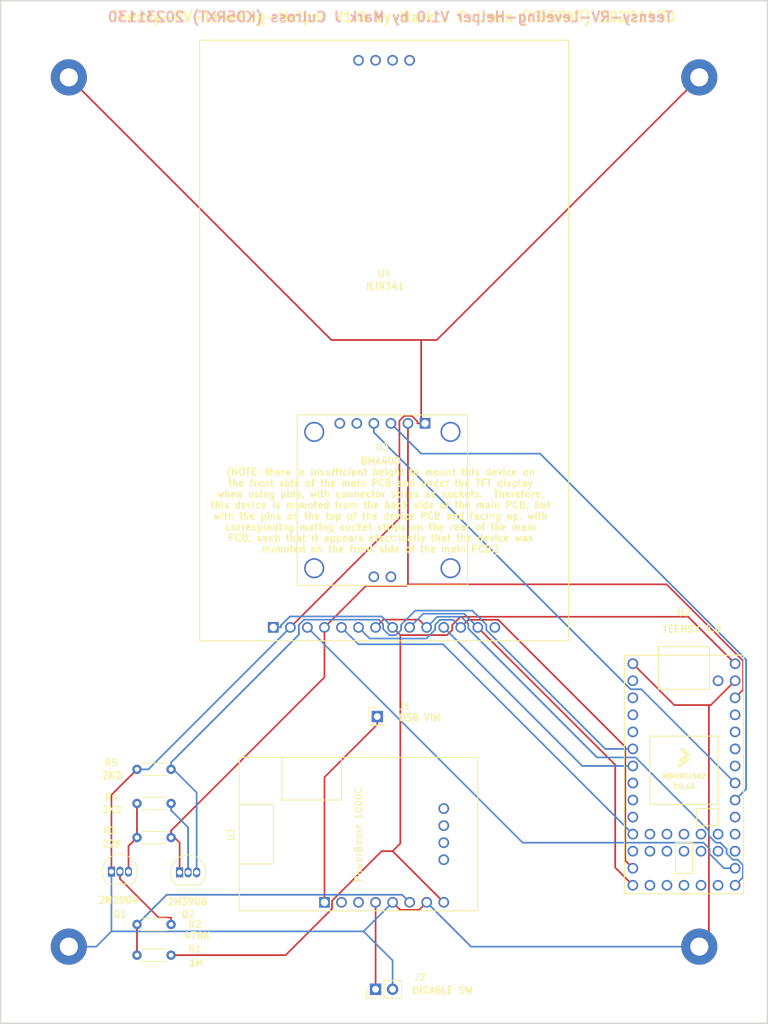
<source format=kicad_pcb>
(kicad_pcb (version 20221018) (generator pcbnew)
  (layers (0 "F.Cu" signal) (31 "B.Cu" signal) (34 "B.Paste" user) (35 "F.Paste" user) (36 "B.SilkS" user "B.Silkscreen") (37 "F.SilkS" user "F.Silkscreen") (38 "B.Mask" user) (39 "F.Mask" user) (44 "Edge.Cuts" user))
  (net 0 "")
  (net 1 "GNDREF")
  (net 2 "Net-(J1-Pin_1)")
  (net 3 "Net-(J2-Pin_1)")
  (net 4 "Net-(Q1-B)")
  (net 5 "Net-(Q1-C)")
  (net 6 "Net-(Q2-E)")
  (net 7 "Net-(Q2-B)")
  (net 8 "Net-(Q2-C)")
  (net 9 "Net-(U1-LBO)")
  (net 10 "Net-(U1-5Vo)")
  (net 20 "Net-(U2-13_SCK_CRX1_LED)")
  (net 23 "Net-(U2-12_MISO_MQSL)")
  (net 24 "Net-(U2-14_A0_TX3_SPDIF_OUT)")
  (net 28 "Net-(U2-18_A4_SDA0)")
  (net 29 "Net-(U2-19_A5_SCL0)")
  (net 35 "Net-(U2-11_MOSI_CTX1)")
  (net 37 "Net-(U2-9_OUT1C)")
  (net 41 "Net-(U2-5_IN2)")
  (footprint "MountingHole:MountingHole_2.5mm" (layer "F.Cu") (at 154.94 157.48)
    (fp_text reference "H3" hide)
    (fp_text value "USB-c")
    (pad "" np_thru_hole circle (at 0 0) (size 2.5 2.5) (drill 2.5) (layers "*.Cu" "*.Mask"))
  )
  (footprint "MountingHole:MountingHole_2.5mm" (layer "F.Cu") (at 116.84 81.28)
    (fp_text reference "H11" hide)
    (fp_text value "BATT-c")
    (pad "" np_thru_hole circle (at 0 0) (size 2.5 2.5) (drill 2.5) (layers "*.Cu" "*.Mask"))
  )
  (footprint "MountingHole:MountingHole_2.5mm" (layer "F.Cu") (at 162.56 148.59)
    (fp_text reference "H2" hide)
    (fp_text value "USB-b")
    (pad "" np_thru_hole circle (at 0 0) (size 2.5 2.5) (drill 2.5) (layers "*.Cu" "*.Mask"))
  )
  (footprint "Package_TO_SOT_THT:TO-92_Inline" (layer "F.Cu") (at 92.71 155.194)
    (fp_text reference "Q1" (at 1.27 6.35) (layer "F.SilkS"))
    (fp_text value "2N3904")
    (fp_line (start -0.53 1.85) (end 3.07 1.85) (stroke (width 0.12)) (layer "F.SilkS"))
    (fp_arc (start -0.568478 1.838478) (mid -1.132087 -0.994977) (end 1.27 -2.6) (stroke (width 0.12)) (layer "F.SilkS"))
    (fp_arc (start 1.27 -2.6) (mid 3.672087 -0.994977) (end 3.108478 1.838478) (stroke (width 0.12)) (layer "F.SilkS"))
    (pad "1" thru_hole rect (at 0 0) (size 1.05 1.5) (drill 0.75) (layers "*.Cu" "*.Mask") (net 1 "GNDREF"))
    (pad "2" thru_hole oval (at 1.27 0) (size 1.05 1.5) (drill 0.75) (layers "*.Cu" "*.Mask") (net 4 "Net-(Q1-B)"))
    (pad "3" thru_hole oval (at 2.54 0) (size 1.05 1.5) (drill 0.75) (layers "*.Cu" "*.Mask") (net 5 "Net-(Q1-C)"))
  )
  (footprint "MountingHole:MountingHole_2.5mm" (layer "F.Cu") (at 149.86 81.28)
    (fp_text reference "H12" hide)
    (fp_text value "BATT-d")
    (pad "" np_thru_hole circle (at 0 0) (size 2.5 2.5) (drill 2.5) (layers "*.Cu" "*.Mask"))
  )
  (footprint "Connector_PinHeader_2.54mm:PinHeader_1x01_P2.54mm_Vertical" (layer "F.Cu") (at 132.339 132.08)
    (fp_text reference "J1" (at 4.059 -1.524) (layer "F.SilkS"))
    (fp_text value "USB VIN")
    (fp_line (start -1.33 -1.33) (end 0 -1.33) (stroke (width 0.12)) (layer "F.SilkS"))
    (fp_line (start -1.33 0) (end -1.33 -1.33) (stroke (width 0.12)) (layer "F.SilkS"))
    (fp_line (start -1.33 1.27) (end -1.33 1.33) (stroke (width 0.12)) (layer "F.SilkS"))
    (fp_line (start -1.33 1.27) (end 1.33 1.27) (stroke (width 0.12)) (layer "F.SilkS"))
    (fp_line (start -1.33 1.33) (end 1.33 1.33) (stroke (width 0.12)) (layer "F.SilkS"))
    (fp_line (start 1.33 1.27) (end 1.33 1.33) (stroke (width 0.12)) (layer "F.SilkS"))
    (pad "1" thru_hole rect (at 0 0) (size 1.7 1.7) (drill 1) (layers "*.Cu" "*.Mask") (net 2 "Net-(J1-Pin_1)"))
  )
  (footprint "MountingHole:MountingHole_2.5mm" (layer "F.Cu") (at 116.84 40.64)
    (fp_text reference "H9" hide)
    (fp_text value "BATT-a")
    (pad "" np_thru_hole circle (at 0 0) (size 2.5 2.5) (drill 2.5) (layers "*.Cu" "*.Mask"))
  )
  (footprint "Resistor_THT:R_Axial_DIN0204_L3.6mm_D1.6mm_P5.08mm_Horizontal" (layer "F.Cu") (at 96.52 145.034)
    (fp_text reference "R4" (at -3.81 -0.92) (layer "F.SilkS"))
    (fp_text value "2K2")
    (fp_line (start 0.62 -0.92) (end 4.46 -0.92) (stroke (width 0.12)) (layer "F.SilkS"))
    (fp_line (start 0.62 0.92) (end 4.46 0.92) (stroke (width 0.12)) (layer "F.SilkS"))
    (pad "1" thru_hole circle (at 0 0) (size 1.4 1.4) (drill 0.7) (layers "*.Cu" "*.Mask") (net 5 "Net-(Q1-C)"))
    (pad "2" thru_hole oval (at 5.08 0) (size 1.4 1.4) (drill 0.7) (layers "*.Cu" "*.Mask") (net 7 "Net-(Q2-B)"))
  )
  (footprint "MJC:BMA400" (layer "F.Cu") (at 133.096 99.822 180)
    (fp_text reference "U3" (at 0 7.874 unlocked) (layer "F.SilkS"))
    (fp_text value "BMA400")
    (fp_line (start -12.7 -12.7) (end 12.7 -12.7) (stroke (width 0.15)) (layer "F.SilkS"))
    (fp_line (start -12.7 12.7) (end -12.7 -12.7) (stroke (width 0.15)) (layer "F.SilkS"))
    (fp_line (start 12.7 -12.7) (end 12.7 12.7) (stroke (width 0.15)) (layer "F.SilkS"))
    (fp_line (start 12.7 12.7) (end -12.7 12.7) (stroke (width 0.15)) (layer "F.SilkS"))
    (pad "1" thru_hole rect (at -6.35 11.43 180) (size 1.6 1.6) (drill 1.1) (layers "*.Cu" "*.Mask") (net 1 "GNDREF"))
    (pad "2" thru_hole circle (at -3.81 11.43 180) (size 1.6 1.6) (drill 1.1) (layers "*.Cu" "*.Mask") (net 6 "Net-(Q2-E)"))
    (pad "3" thru_hole circle (at -1.27 11.43 180) (size 1.6 1.6) (drill 1.1) (layers "*.Cu" "*.Mask") (net 28 "Net-(U2-18_A4_SDA0)"))
    (pad "4" thru_hole circle (at 1.27 11.43 180) (size 1.6 1.6) (drill 1.1) (layers "*.Cu" "*.Mask") (net 29 "Net-(U2-19_A5_SCL0)"))
    (pad "5" thru_hole circle (at 3.81 11.43 180) (size 1.6 1.6) (drill 1.1) (layers "*.Cu" "*.Mask"))
    (pad "6" thru_hole circle (at 6.35 11.43 180) (size 1.6 1.6) (drill 1.1) (layers "*.Cu" "*.Mask"))
    (pad "7" thru_hole circle (at -1.27 -11.43 180) (size 1.6 1.6) (drill 1.1) (layers "*.Cu" "*.Mask"))
    (pad "8" thru_hole circle (at 1.27 -11.43 180) (size 1.6 1.6) (drill 1.1) (layers "*.Cu" "*.Mask"))
    (pad "9" thru_hole circle (at -10.16 -10.16 180) (size 3 3) (drill 2.5) (layers "*.Cu" "*.Mask"))
    (pad "10" thru_hole circle (at 10.16 -10.16 180) (size 3 3) (drill 2.5) (layers "*.Cu" "*.Mask"))
    (pad "11" thru_hole circle (at 10.16 10.16 180) (size 3 3) (drill 2.5) (layers "*.Cu" "*.Mask"))
    (pad "12" thru_hole circle (at -10.16 10.16 180) (size 3 3) (drill 2.5) (layers "*.Cu" "*.Mask"))
  )
  (footprint "Resistor_THT:R_Axial_DIN0204_L3.6mm_D1.6mm_P5.08mm_Horizontal" (layer "F.Cu") (at 96.52 167.64)
    (fp_text reference "R1" (at 8.636 -0.92) (layer "F.SilkS"))
    (fp_text value "1M")
    (fp_line (start 0.62 -0.92) (end 4.46 -0.92) (stroke (width 0.12)) (layer "F.SilkS"))
    (fp_line (start 0.62 0.92) (end 4.46 0.92) (stroke (width 0.12)) (layer "F.SilkS"))
    (pad "1" thru_hole circle (at 0 0) (size 1.4 1.4) (drill 0.7) (layers "*.Cu" "*.Mask") (net 9 "Net-(U1-LBO)"))
    (pad "2" thru_hole oval (at 5.08 0) (size 1.4 1.4) (drill 0.7) (layers "*.Cu" "*.Mask") (net 10 "Net-(U1-5Vo)"))
  )
  (footprint "MountingHole:MountingHole_2.5mm" (layer "F.Cu") (at 149.86 40.64)
    (fp_text reference "H10" hide)
    (fp_text value "BATT-b")
    (pad "" np_thru_hole circle (at 0 0) (size 2.5 2.5) (drill 2.5) (layers "*.Cu" "*.Mask"))
  )
  (footprint "MountingHole:MountingHole_2.7mm_M2.5_Pad_TopBottom" (layer "F.Cu") (at 180.34 36.83)
    (fp_text reference "H6" hide)
    (fp_text value "PCB-b")
    (pad "1" thru_hole circle (at 0 0) (size 3.1 3.1) (drill 2.7) (layers "*.Cu" "*.Mask") (net 1 "GNDREF"))
    (pad "1" connect circle (at 0 0) (size 5.4 5.4) (layers "F.Cu" "F.Mask") (net 1 "GNDREF"))
    (pad "1" connect circle (at 0 0) (size 5.4 5.4) (layers "B.Cu" "B.Mask") (net 1 "GNDREF"))
  )
  (footprint "Resistor_THT:R_Axial_DIN0204_L3.6mm_D1.6mm_P5.08mm_Horizontal" (layer "F.Cu") (at 96.52 163.068)
    (fp_text reference "R2" (at 8.636 0) (layer "F.SilkS"))
    (fp_text value "470K")
    (fp_line (start 0.62 -0.92) (end 4.46 -0.92) (stroke (width 0.12)) (layer "F.SilkS"))
    (fp_line (start 0.62 0.92) (end 4.46 0.92) (stroke (width 0.12)) (layer "F.SilkS"))
    (pad "1" thru_hole circle (at 0 0) (size 1.4 1.4) (drill 0.7) (layers "*.Cu" "*.Mask") (net 9 "Net-(U1-LBO)"))
    (pad "2" thru_hole oval (at 5.08 0) (size 1.4 1.4) (drill 0.7) (layers "*.Cu" "*.Mask") (net 4 "Net-(Q1-B)"))
  )
  (footprint "MountingHole:MountingHole_2.7mm_M2.5_Pad_TopBottom" (layer "F.Cu") (at 86.36 166.37)
    (fp_text reference "H7" hide)
    (fp_text value "PCB-c")
    (pad "1" thru_hole circle (at 0 0) (size 3.1 3.1) (drill 2.7) (layers "*.Cu" "*.Mask") (net 1 "GNDREF"))
    (pad "1" connect circle (at 0 0) (size 5.4 5.4) (layers "F.Cu" "F.Mask") (net 1 "GNDREF"))
    (pad "1" connect circle (at 0 0) (size 5.4 5.4) (layers "B.Cu" "B.Mask") (net 1 "GNDREF"))
  )
  (footprint "MJC:PowerBoost1000C" (layer "F.Cu") (at 129.545 149.606 90)
    (fp_text reference "U1" (at 0 -19.05 90) (layer "F.SilkS"))
    (fp_text value "Powerboost1000C")
    (fp_text user "PowerBoost 1000C" (at -0.08 0 90) (layer "F.SilkS"))
    (fp_line (start -11.43 -17.78) (end 11.43 -17.78) (stroke (width 0.15)) (layer "F.SilkS"))
    (fp_line (start -11.43 17.78) (end -11.43 -17.78) (stroke (width 0.15)) (layer "F.SilkS"))
    (fp_line (start -4.445 -17.78) (end -4.445 -12.7) (stroke (width 0.15)) (layer "F.SilkS"))
    (fp_line (start -4.445 -12.7) (end 4.445 -12.7) (stroke (width 0.15)) (layer "F.SilkS"))
    (fp_line (start 4.445 -12.7) (end 4.445 -17.78) (stroke (width 0.15)) (layer "F.SilkS"))
    (fp_line (start 5.08 -11.43) (end 5.08 -2.54) (stroke (width 0.15)) (layer "F.SilkS"))
    (fp_line (start 5.08 -2.54) (end 11.43 -2.54) (stroke (width 0.15)) (layer "F.SilkS"))
    (fp_line (start 11.43 -17.78) (end 11.43 17.78) (stroke (width 0.15)) (layer "F.SilkS"))
    (fp_line (start 11.43 -11.43) (end 5.08 -11.43) (stroke (width 0.15)) (layer "F.SilkS"))
    (fp_line (start 11.43 17.78) (end -11.43 17.78) (stroke (width 0.15)) (layer "F.SilkS"))
    (pad "1" thru_hole rect (at -10.16 -5.08 90) (size 1.6 1.6) (drill 1.1) (layers "*.Cu" "*.Mask") (net 2 "Net-(J1-Pin_1)"))
    (pad "2" thru_hole circle (at -10.16 -2.54 90) (size 1.6 1.6) (drill 1.1) (layers "*.Cu" "*.Mask"))
    (pad "3" thru_hole circle (at -10.16 0 90) (size 1.6 1.6) (drill 1.1) (layers "*.Cu" "*.Mask"))
    (pad "4" thru_hole circle (at -10.16 2.54 90) (size 1.6 1.6) (drill 1.1) (layers "*.Cu" "*.Mask") (net 3 "Net-(J2-Pin_1)"))
    (pad "5" thru_hole circle (at -10.16 5.08 90) (size 1.6 1.6) (drill 1.1) (layers "*.Cu" "*.Mask") (net 1 "GNDREF"))
    (pad "5V" thru_hole circle (at -3.81 12.7 90) (size 1.6 1.6) (drill 1.1) (layers "*.Cu" "*.Mask"))
    (pad "6" thru_hole circle (at -10.16 7.62 90) (size 1.6 1.6) (drill 1.1) (layers "*.Cu" "*.Mask") (net 9 "Net-(U1-LBO)"))
    (pad "7" thru_hole circle (at -10.16 10.16 90) (size 1.6 1.6) (drill 1.1) (layers "*.Cu" "*.Mask") (net 1 "GNDREF"))
    (pad "8" thru_hole circle (at -10.16 12.7 90) (size 1.6 1.6) (drill 1.1) (layers "*.Cu" "*.Mask") (net 10 "Net-(U1-5Vo)"))
    (pad "D+" thru_hole circle (at 1.27 12.7 90) (size 1.6 1.6) (drill 1.1) (layers "*.Cu" "*.Mask"))
    (pad "D-" thru_hole circle (at -1.27 12.7 90) (size 1.6 1.6) (drill 1.1) (layers "*.Cu" "*.Mask"))
    (pad "UG" thru_hole circle (at 3.81 12.7 90) (size 1.6 1.6) (drill 1.1) (layers "*.Cu" "*.Mask"))
  )
  (footprint "Resistor_THT:R_Axial_DIN0204_L3.6mm_D1.6mm_P5.08mm_Horizontal" (layer "F.Cu") (at 96.52 139.954)
    (fp_text reference "R5" (at -3.81 -1.016) (layer "F.SilkS"))
    (fp_text value "2K2")
    (fp_line (start 0.62 -0.92) (end 4.46 -0.92) (stroke (width 0.12)) (layer "F.SilkS"))
    (fp_line (start 0.62 0.92) (end 4.46 0.92) (stroke (width 0.12)) (layer "F.SilkS"))
    (pad "1" thru_hole circle (at 0 0) (size 1.4 1.4) (drill 0.7) (layers "*.Cu" "*.Mask") (net 1 "GNDREF"))
    (pad "2" thru_hole oval (at 5.08 0) (size 1.4 1.4) (drill 0.7) (layers "*.Cu" "*.Mask") (net 8 "Net-(Q2-C)"))
  )
  (footprint "MountingHole:MountingHole_2.7mm_M2.5_Pad_TopBottom" (layer "F.Cu") (at 180.34 166.37)
    (fp_text reference "H8" hide)
    (fp_text value "PCB-d")
    (pad "1" thru_hole circle (at 0 0) (size 3.1 3.1) (drill 2.7) (layers "*.Cu" "*.Mask") (net 1 "GNDREF"))
    (pad "1" connect circle (at 0 0) (size 5.4 5.4) (layers "F.Cu" "F.Mask") (net 1 "GNDREF"))
    (pad "1" connect circle (at 0 0) (size 5.4 5.4) (layers "B.Cu" "B.Mask") (net 1 "GNDREF"))
  )
  (footprint "MountingHole:MountingHole_2.7mm_M2.5_Pad_TopBottom" (layer "F.Cu") (at 86.36 36.83)
    (fp_text reference "H5" hide)
    (fp_text value "PCB-a")
    (pad "1" thru_hole circle (at 0 0) (size 3.1 3.1) (drill 2.7) (layers "*.Cu" "*.Mask") (net 1 "GNDREF"))
    (pad "1" connect circle (at 0 0) (size 5.4 5.4) (layers "F.Cu" "F.Mask") (net 1 "GNDREF"))
    (pad "1" connect circle (at 0 0) (size 5.4 5.4) (layers "B.Cu" "B.Mask") (net 1 "GNDREF"))
  )
  (footprint "Package_TO_SOT_THT:TO-92_Inline" (layer "F.Cu") (at 102.87 155.3)
    (fp_text reference "Q2" (at 1.27 6.244) (layer "F.SilkS"))
    (fp_text value "2N3906")
    (fp_line (start -0.53 1.85) (end 3.07 1.85) (stroke (width 0.12)) (layer "F.SilkS"))
    (fp_arc (start -0.568478 1.838478) (mid -1.132087 -0.994977) (end 1.27 -2.6) (stroke (width 0.12)) (layer "F.SilkS"))
    (fp_arc (start 1.27 -2.6) (mid 3.672087 -0.994977) (end 3.108478 1.838478) (stroke (width 0.12)) (layer "F.SilkS"))
    (pad "1" thru_hole rect (at 0 0) (size 1.05 1.5) (drill 0.75) (layers "*.Cu" "*.Mask") (net 6 "Net-(Q2-E)"))
    (pad "2" thru_hole oval (at 1.27 0) (size 1.05 1.5) (drill 0.75) (layers "*.Cu" "*.Mask") (net 7 "Net-(Q2-B)"))
    (pad "3" thru_hole oval (at 2.54 0) (size 1.05 1.5) (drill 0.75) (layers "*.Cu" "*.Mask") (net 8 "Net-(Q2-C)"))
  )
  (footprint "MountingHole:MountingHole_2.5mm" (layer "F.Cu") (at 154.94 148.59)
    (fp_text reference "H1" hide)
    (fp_text value "USB-a")
    (pad "" np_thru_hole circle (at 0 0) (size 2.5 2.5) (drill 2.5) (layers "*.Cu" "*.Mask"))
  )
  (footprint "MJC:ILI9341" (layer "F.Cu") (at 133.35 76.0476)
    (fp_text reference "U4" (at 0 -10.0076 unlocked) (layer "F.SilkS"))
    (fp_text value "Teensy ILI9341")
    (fp_line (start -27.5 -44.75) (end 27.5 -44.75) (stroke (width 0.15)) (layer "F.SilkS"))
    (fp_line (start -27.5 44.75) (end -27.5 -44.75) (stroke (width 0.15)) (layer "F.SilkS"))
    (fp_line (start 27.5 -44.75) (end 27.5 44.75) (stroke (width 0.15)) (layer "F.SilkS"))
    (fp_line (start 27.5 44.75) (end -27.5 44.75) (stroke (width 0.15)) (layer "F.SilkS"))
    (pad "1" thru_hole rect (at -16.51 42.7482) (size 1.6 1.6) (drill 1.1) (layers "*.Cu" "*.Mask") (net 10 "Net-(U1-5Vo)"))
    (pad "2" thru_hole circle (at -13.97 42.7482) (size 1.6 1.6) (drill 1.1) (layers "*.Cu" "*.Mask") (net 1 "GNDREF"))
    (pad "3" thru_hole circle (at -11.43 42.7482) (size 1.6 1.6) (drill 1.1) (layers "*.Cu" "*.Mask") (net 24 "Net-(U2-14_A0_TX3_SPDIF_OUT)"))
    (pad "4" thru_hole circle (at -8.89 42.7482) (size 1.6 1.6) (drill 1.1) (layers "*.Cu" "*.Mask") (net 6 "Net-(Q2-E)"))
    (pad "5" thru_hole circle (at -6.35 42.7482) (size 1.6 1.6) (drill 1.1) (layers "*.Cu" "*.Mask") (net 37 "Net-(U2-9_OUT1C)"))
    (pad "6" thru_hole circle (at -3.81 42.7482) (size 1.6 1.6) (drill 1.1) (layers "*.Cu" "*.Mask") (net 35 "Net-(U2-11_MOSI_CTX1)"))
    (pad "7" thru_hole circle (at -1.27 42.7482) (size 1.6 1.6) (drill 1.1) (layers "*.Cu" "*.Mask") (net 20 "Net-(U2-13_SCK_CRX1_LED)"))
    (pad "8" thru_hole circle (at 1.27 42.7482) (size 1.6 1.6) (drill 1.1) (layers "*.Cu" "*.Mask") (net 10 "Net-(U1-5Vo)"))
    (pad "9" thru_hole circle (at 3.81 42.7482) (size 1.6 1.6) (drill 1.1) (layers "*.Cu" "*.Mask") (net 23 "Net-(U2-12_MISO_MQSL)"))
    (pad "10" thru_hole circle (at 6.35 42.7482) (size 1.6 1.6) (drill 1.1) (layers "*.Cu" "*.Mask") (net 20 "Net-(U2-13_SCK_CRX1_LED)"))
    (pad "11" thru_hole circle (at 8.89 42.7482) (size 1.6 1.6) (drill 1.1) (layers "*.Cu" "*.Mask") (net 41 "Net-(U2-5_IN2)"))
    (pad "12" thru_hole circle (at 11.43 42.7482) (size 1.6 1.6) (drill 1.1) (layers "*.Cu" "*.Mask") (net 35 "Net-(U2-11_MOSI_CTX1)"))
    (pad "13" thru_hole circle (at 13.97 42.7482) (size 1.6 1.6) (drill 1.1) (layers "*.Cu" "*.Mask") (net 23 "Net-(U2-12_MISO_MQSL)"))
    (pad "14" thru_hole circle (at 16.51 42.7482) (size 1.6 1.6) (drill 1.1) (layers "*.Cu" "*.Mask"))
    (pad "15" thru_hole circle (at -3.81 -41.7576) (size 1.6 1.6) (drill 1.1) (layers "*.Cu" "*.Mask"))
    (pad "16" thru_hole circle (at -1.27 -41.7576) (size 1.6 1.6) (drill 1.1) (layers "*.Cu" "*.Mask"))
    (pad "17" thru_hole circle (at 1.27 -41.7576) (size 1.6 1.6) (drill 1.1) (layers "*.Cu" "*.Mask"))
    (pad "18" thru_hole circle (at 3.81 -41.7576) (size 1.6 1.6) (drill 1.1) (layers "*.Cu" "*.Mask"))
  )
  (footprint "Resistor_THT:R_Axial_DIN0204_L3.6mm_D1.6mm_P5.08mm_Horizontal" (layer "F.Cu") (at 96.52 150.114)
    (fp_text reference "R3" (at -4.064 -1.016) (layer "F.SilkS"))
    (fp_text value "22K")
    (fp_line (start 0.62 -0.92) (end 4.46 -0.92) (stroke (width 0.12)) (layer "F.SilkS"))
    (fp_line (start 0.62 0.92) (end 4.46 0.92) (stroke (width 0.12)) (layer "F.SilkS"))
    (pad "1" thru_hole circle (at 0 0) (size 1.4 1.4) (drill 0.7) (layers "*.Cu" "*.Mask") (net 5 "Net-(Q1-C)"))
    (pad "2" thru_hole oval (at 5.08 0) (size 1.4 1.4) (drill 0.7) (layers "*.Cu" "*.Mask") (net 6 "Net-(Q2-E)"))
  )
  (footprint "Connector_PinHeader_2.54mm:PinHeader_1x02_P2.54mm_Vertical" (layer "F.Cu") (at 132.08 172.72 90)
    (fp_text reference "J2" (at 1.778 6.604 180) (layer "F.SilkS"))
    (fp_text value "DISABLE SW")
    (fp_line (start -1.33 -1.33) (end 0 -1.33) (stroke (width 0.12)) (layer "F.SilkS"))
    (fp_line (start -1.33 0) (end -1.33 -1.33) (stroke (width 0.12)) (layer "F.SilkS"))
    (fp_line (start -1.33 1.27) (end -1.33 3.87) (stroke (width 0.12)) (layer "F.SilkS"))
    (fp_line (start -1.33 1.27) (end 1.33 1.27) (stroke (width 0.12)) (layer "F.SilkS"))
    (fp_line (start -1.33 3.87) (end 1.33 3.87) (stroke (width 0.12)) (layer "F.SilkS"))
    (fp_line (start 1.33 1.27) (end 1.33 3.87) (stroke (width 0.12)) (layer "F.SilkS"))
    (pad "1" thru_hole rect (at 0 0 90) (size 1.7 1.7) (drill 1) (layers "*.Cu" "*.Mask") (net 3 "Net-(J2-Pin_1)"))
    (pad "2" thru_hole oval (at 0 2.54 90) (size 1.7 1.7) (drill 1) (layers "*.Cu" "*.Mask") (net 1 "GNDREF"))
  )
  (footprint "MountingHole:MountingHole_2.5mm" (layer "F.Cu") (at 162.56 157.48)
    (fp_text reference "H4" hide)
    (fp_text value "USB-d")
    (pad "" np_thru_hole circle (at 0 0) (size 2.5 2.5) (drill 2.5) (layers "*.Cu" "*.Mask"))
  )
  (footprint "teensy:Teensy40" (layer "F.Cu") (at 178.054 140.716 -90)
    (fp_text reference "U2" (at -24.13 0 -180) (layer "F.SilkS"))
    (fp_text value "Teensy4.0")
    (fp_text user "DVL6A" (at 1.778 0) (layer "F.SilkS") (effects (font (size 0.7 0.7))))
    (fp_text user "MIMXRT1062" (at 0.254 0) (layer "F.SilkS") (effects (font (size 0.7 0.7))))
    (fp_line (start -19.05 -3.81) (end -17.78 -3.81) (stroke (width 0.15)) (layer "F.SilkS"))
    (fp_line (start -19.05 3.81) (end -19.05 -3.81) (stroke (width 0.15)) (layer "F.SilkS"))
    (fp_line (start -17.78 -8.89) (end 17.78 -8.89) (stroke (width 0.15)) (layer "F.SilkS"))
    (fp_line (start -17.78 3.81) (end -19.05 3.81) (stroke (width 0.15)) (layer "F.SilkS"))
    (fp_line (start -17.78 8.89) (end -17.78 -8.89) (stroke (width 0.15)) (layer "F.SilkS"))
    (fp_line (start -12.7 -3.81) (end -17.78 -3.81) (stroke (width 0.15)) (layer "F.SilkS"))
    (fp_line (start -12.7 3.81) (end -17.78 3.81) (stroke (width 0.15)) (layer "F.SilkS"))
    (fp_line (start -12.7 3.81) (end -12.7 -3.81) (stroke (width 0.15)) (layer "F.SilkS"))
    (fp_line (start -5.715 -5.08) (end -5.715 5.08) (stroke (width 0.15)) (layer "F.SilkS"))
    (fp_line (start 4.445 -5.08) (end -5.715 -5.08) (stroke (width 0.15)) (layer "F.SilkS"))
    (fp_line (start 4.445 5.08) (end -5.715 5.08) (stroke (width 0.15)) (layer "F.SilkS"))
    (fp_line (start 4.445 5.08) (end 4.445 -5.08) (stroke (width 0.15)) (layer "F.SilkS"))
    (fp_line (start 5.08 -5.08) (end 7.62 -5.08) (stroke (width 0.15)) (layer "F.SilkS"))
    (fp_line (start 5.08 -1.905) (end 5.08 -5.08) (stroke (width 0.15)) (layer "F.SilkS"))
    (fp_line (start 7.62 -5.08) (end 7.62 -1.905) (stroke (width 0.15)) (layer "F.SilkS"))
    (fp_line (start 7.62 -1.905) (end 5.08 -1.905) (stroke (width 0.15)) (layer "F.SilkS"))
    (fp_line (start 10.16 -1.27) (end 14.732 -1.27) (stroke (width 0.15)) (layer "F.SilkS"))
    (fp_line (start 10.16 1.27) (end 10.16 -1.27) (stroke (width 0.15)) (layer "F.SilkS"))
    (fp_line (start 14.732 -1.27) (end 14.732 1.27) (stroke (width 0.15)) (layer "F.SilkS"))
    (fp_line (start 14.732 1.27) (end 10.16 1.27) (stroke (width 0.15)) (layer "F.SilkS"))
    (fp_line (start 17.78 -8.89) (end 17.78 8.89) (stroke (width 0.15)) (layer "F.SilkS"))
    (fp_line (start 17.78 8.89) (end -17.78 8.89) (stroke (width 0.15)) (layer "F.SilkS"))
    (fp_poly (pts (xy -3.937 0.127) (xy -3.683 -0.127) (xy -3.429 0.254) (xy -3.683 0.508)) (stroke (width 0.1)) (fill solid) (layer "F.SilkS"))
    (fp_poly (pts (xy -3.556 -0.254) (xy -3.302 -0.508) (xy -3.048 -0.127) (xy -3.302 0.127)) (stroke (width 0.1)) (fill solid) (layer "F.SilkS"))
    (fp_poly (pts (xy -3.175 -0.635) (xy -2.921 -0.889) (xy -2.667 -0.508) (xy -2.921 -0.254)) (stroke (width 0.1)) (fill solid) (layer "F.SilkS"))
    (fp_poly (pts (xy -2.794 -0.127) (xy -2.54 -0.381) (xy -2.286 0) (xy -2.54 0.254)) (stroke (width 0.1)) (fill solid) (layer "F.SilkS"))
    (fp_poly (pts (xy -2.413 -0.508) (xy -2.159 -0.762) (xy -1.905 -0.381) (xy -2.159 -0.127)) (stroke (width 0.1)) (fill solid) (layer "F.SilkS"))
    (fp_poly (pts (xy -2.413 0.381) (xy -2.159 0.127) (xy -1.905 0.508) (xy -2.159 0.762)) (stroke (width 0.1)) (fill solid) (layer "F.SilkS"))
    (fp_poly (pts (xy -2.032 0) (xy -1.778 -0.254) (xy -1.524 0.127) (xy -1.778 0.381)) (stroke (width 0.1)) (fill solid) (layer "F.SilkS"))
    (fp_poly (pts (xy -1.651 0.508) (xy -1.397 0.254) (xy -1.143 0.635) (xy -1.397 0.889)) (stroke (width 0.1)) (fill solid) (layer "F.SilkS"))
    (pad "1" thru_hole circle (at -16.51 7.62 270) (size 1.6 1.6) (drill 1.1) (layers "*.Cu" "*.Mask") (net 1 "GNDREF"))
    (pad "2" thru_hole circle (at -13.97 7.62 270) (size 1.6 1.6) (drill 1.1) (layers "*.Cu" "*.Mask"))
    (pad "3" thru_hole circle (at -11.43 7.62 270) (size 1.6 1.6) (drill 1.1) (layers "*.Cu" "*.Mask"))
    (pad "4" thru_hole circle (at -8.89 7.62 270) (size 1.6 1.6) (drill 1.1) (layers "*.Cu" "*.Mask"))
    (pad "5" thru_hole circle (at -6.35 7.62 270) (size 1.6 1.6) (drill 1.1) (layers "*.Cu" "*.Mask"))
    (pad "6" thru_hole circle (at -3.81 7.62 270) (size 1.6 1.6) (drill 1.1) (layers "*.Cu" "*.Mask") (net 8 "Net-(Q2-C)"))
    (pad "7" thru_hole circle (at -1.27 7.62 270) (size 1.6 1.6) (drill 1.1) (layers "*.Cu" "*.Mask") (net 41 "Net-(U2-5_IN2)"))
    (pad "8" thru_hole circle (at 1.27 7.62 270) (size 1.6 1.6) (drill 1.1) (layers "*.Cu" "*.Mask"))
    (pad "9" thru_hole circle (at 3.81 7.62 270) (size 1.6 1.6) (drill 1.1) (layers "*.Cu" "*.Mask"))
    (pad "10" thru_hole circle (at 6.35 7.62 270) (size 1.6 1.6) (drill 1.1) (layers "*.Cu" "*.Mask"))
    (pad "11" thru_hole circle (at 8.89 7.62 270) (size 1.6 1.6) (drill 1.1) (layers "*.Cu" "*.Mask") (net 37 "Net-(U2-9_OUT1C)"))
    (pad "12" thru_hole circle (at 11.43 7.62 270) (size 1.6 1.6) (drill 1.1) (layers "*.Cu" "*.Mask"))
    (pad "13" thru_hole circle (at 13.97 7.62 270) (size 1.6 1.6) (drill 1.1) (layers "*.Cu" "*.Mask") (net 35 "Net-(U2-11_MOSI_CTX1)"))
    (pad "14" thru_hole circle (at 16.51 7.62 270) (size 1.6 1.6) (drill 1.1) (layers "*.Cu" "*.Mask") (net 23 "Net-(U2-12_MISO_MQSL)"))
    (pad "15" thru_hole circle (at 16.51 5.08 270) (size 1.6 1.6) (drill 1.1) (layers "*.Cu" "*.Mask"))
    (pad "16" thru_hole circle (at 16.51 2.54 270) (size 1.6 1.6) (drill 1.1) (layers "*.Cu" "*.Mask"))
    (pad "17" thru_hole circle (at 16.51 0 270) (size 1.6 1.6) (drill 1.1) (layers "*.Cu" "*.Mask"))
    (pad "18" thru_hole circle (at 16.51 -2.54 270) (size 1.6 1.6) (drill 1.1) (layers "*.Cu" "*.Mask"))
    (pad "19" thru_hole circle (at 16.51 -5.08 270) (size 1.6 1.6) (drill 1.1) (layers "*.Cu" "*.Mask"))
    (pad "20" thru_hole circle (at 16.51 -7.62 270) (size 1.6 1.6) (drill 1.1) (layers "*.Cu" "*.Mask") (net 20 "Net-(U2-13_SCK_CRX1_LED)"))
    (pad "21" thru_hole circle (at 13.97 -7.62 270) (size 1.6 1.6) (drill 1.1) (layers "*.Cu" "*.Mask") (net 24 "Net-(U2-14_A0_TX3_SPDIF_OUT)"))
    (pad "22" thru_hole circle (at 11.43 -7.62 270) (size 1.6 1.6) (drill 1.1) (layers "*.Cu" "*.Mask"))
    (pad "23" thru_hole circle (at 8.89 -7.62 270) (size 1.6 1.6) (drill 1.1) (layers "*.Cu" "*.Mask"))
    (pad "24" thru_hole circle (at 6.35 -7.62 270) (size 1.6 1.6) (drill 1.1) (layers "*.Cu" "*.Mask"))
    (pad "25" thru_hole circle (at 3.81 -7.62 270) (size 1.6 1.6) (drill 1.1) (layers "*.Cu" "*.Mask") (net 28 "Net-(U2-18_A4_SDA0)"))
    (pad "26" thru_hole circle (at 1.27 -7.62 270) (size 1.6 1.6) (drill 1.1) (layers "*.Cu" "*.Mask") (net 29 "Net-(U2-19_A5_SCL0)"))
    (pad "27" thru_hole circle (at -1.27 -7.62 270) (size 1.6 1.6) (drill 1.1) (layers "*.Cu" "*.Mask"))
    (pad "28" thru_hole circle (at -3.81 -7.62 270) (size 1.6 1.6) (drill 1.1) (layers "*.Cu" "*.Mask"))
    (pad "29" thru_hole circle (at -6.35 -7.62 270) (size 1.6 1.6) (drill 1.1) (layers "*.Cu" "*.Mask"))
    (pad "30" thru_hole circle (at -8.89 -7.62 270) (size 1.6 1.6) (drill 1.1) (layers "*.Cu" "*.Mask"))
    (pad "31" thru_hole circle (at -11.43 -7.62 270) (size 1.6 1.6) (drill 1.1) (layers "*.Cu" "*.Mask") (net 6 "Net-(Q2-E)"))
    (pad "32" thru_hole circle (at -13.97 -7.62 270) (size 1.6 1.6) (drill 1.1) (layers "*.Cu" "*.Mask") (net 1 "GNDREF"))
    (pad "33" thru_hole circle (at -16.51 -7.62 270) (size 1.6 1.6) (drill 1.1) (layers "*.Cu" "*.Mask") (net 10 "Net-(U1-5Vo)"))
    (pad "34" thru_hole circle (at -13.97 -5.08 270) (size 1.6 1.6) (drill 1.1) (layers "*.Cu" "*.Mask"))
    (pad "35" thru_hole circle (at 11.43 -5.08 270) (size 1.6 1.6) (drill 1.1) (layers "*.Cu" "*.Mask"))
    (pad "36" thru_hole circle (at 8.89 -5.08 270) (size 1.6 1.6) (drill 1.1) (layers "*.Cu" "*.Mask"))
    (pad "37" thru_hole circle (at 11.43 -2.54 270) (size 1.6 1.6) (drill 1.1) (layers "*.Cu" "*.Mask"))
    (pad "38" thru_hole circle (at 8.89 -2.54 270) (size 1.6 1.6) (drill 1.1) (layers "*.Cu" "*.Mask"))
    (pad "39" thru_hole circle (at 11.43 0 270) (size 1.6 1.6) (drill 1.1) (layers "*.Cu" "*.Mask"))
    (pad "40" thru_hole circle (at 8.89 0 270) (size 1.6 1.6) (drill 1.1) (layers "*.Cu" "*.Mask"))
    (pad "41" thru_hole circle (at 11.43 2.54 270) (size 1.6 1.6) (drill 1.1) (layers "*.Cu" "*.Mask"))
    (pad "42" thru_hole circle (at 8.89 2.54 270) (size 1.6 1.6) (drill 1.1) (layers "*.Cu" "*.Mask"))
    (pad "43" thru_hole circle (at 11.43 5.08 270) (size 1.6 1.6) (drill 1.1) (layers "*.Cu" "*.Mask"))
    (pad "44" thru_hole circle (at 8.89 5.08 270) (size 1.6 1.6) (drill 1.1) (layers "*.Cu" "*.Mask"))
  )
  (gr_line (start 76.2 25.4) (end 190.5 25.4) (stroke (width 0.2)) (layer "Edge.Cuts"))
  (gr_line (start 190.5 177.8) (end 76.2 177.8) (stroke (width 0.2)) (layer "Edge.Cuts"))
  (gr_line (start 76.2 177.8) (end 76.2 25.4) (stroke (width 0.2)) (layer "Edge.Cuts"))
  (gr_line (start 190.5 25.4) (end 190.5 177.8) (stroke (width 0.2)) (layer "Edge.Cuts"))
  (gr_text "Teensy-RV-Leveling-Helper V1.0 by Mark J Culross (KD5RXT) 20231130" (at 176.53 28.702) (layer "B.SilkS") (effects (font (size 1.5 1.5) (thickness 0.3) bold) (justify left bottom mirror)))
  (gr_text "	" (at 157.226 28.702) (layer "B.SilkS") (effects (font (size 1.5 1.5) (thickness 0.3) bold) (justify left bottom)))
  (gr_text "TEENSY 4.0" (at 174.752 119.634) (layer "F.SilkS") (effects (font (size 1.016 1.016) (thickness 0.2032) bold) (justify left bottom)))
  (gr_text "470K" (at 103.378 165.354) (layer "F.SilkS") (effects (font (size 1.016 1.016) (thickness 0.2032) bold) (justify left bottom)))
  (gr_text "22K" (at 91.186 151.638) (layer "F.SilkS") (effects (font (size 1.016 1.016) (thickness 0.2032) bold) (justify left bottom)))
  (gr_text "USB VIN" (at 135.382 132.842) (layer "F.SilkS") (effects (font (size 1.016 1.016) (thickness 0.2032) bold) (justify left bottom)))
  (gr_text "1M" (at 104.14 169.418) (layer "F.SilkS") (effects (font (size 1.016 1.016) (thickness 0.2032) bold) (justify left bottom)))
  (gr_text "2N3904" (at 90.678 160.02) (layer "F.SilkS") (effects (font (size 1.016 1.016) (thickness 0.2032) bold) (justify left bottom)))
  (gr_text "2N3906" (at 100.98 160.274) (layer "F.SilkS") (effects (font (size 1.016 1.016) (thickness 0.2032) bold) (justify left bottom)))
  (gr_text "Teensy-RV-Leveling-Helper V1.0 by Mark J Culross (KD5RXT) 20231130" (at 92.456 28.702) (layer "F.SilkS") (effects (font (size 1.5 1.5) (thickness 0.3) bold) (justify left bottom)))
  (gr_text "BMA400\n(NOTE: there is insufficient height to mount this device on\nthe front side of the main PCB and under the TFT display\nwhen using pins, with connector strips as sockets.  Therefore,\nthis device is mounted from the back side of the main PCB, but\nwith the pins on the top of the device PCB and facing up, with\ncorrespinding mating socket strips on the rear of the main\nPCB, such that it appears electrically that the device was\nmounted on the front side of the main PCB.)" (at 132.842 107.696) (layer "F.SilkS") (effects (font (size 1.016 1.016) (thickness 0.2032) bold) (justify bottom)))
  (gr_text "2K2" (at 91.186 141.478) (layer "F.SilkS") (effects (font (size 1.016 1.016) (thickness 0.2032) bold) (justify left bottom)))
  (gr_text "DISABLE SW" (at 137.414 173.482) (layer "F.SilkS") (effects (font (size 1.016 1.016) (thickness 0.2032) bold) (justify left bottom)))
  (gr_text "2K2" (at 91.186 146.558) (layer "F.SilkS") (effects (font (size 1.016 1.016) (thickness 0.2032) bold) (justify left bottom)))
  (gr_text "ILI9341" (at 130.556 68.58) (layer "F.SilkS") (effects (font (size 1.016 1.016) (thickness 0.2032) bold) (justify left bottom)))
  (segment (start 176.599 130.371) (end 170.434 124.206) (width 0.25) (layer "F.Cu") (net 1))
  (segment (start 139.705 159.766) (end 138.5781 160.8929) (width 0.25) (layer "F.Cu") (net 1))
  (segment (start 181.7687 130.371) (end 176.599 130.371) (width 0.25) (layer "F.Cu") (net 1))
  (segment (start 181.7687 164.9413) (end 180.34 166.37) (width 0.25) (layer "F.Cu") (net 1))
  (segment (start 139.446 88.392) (end 138.8826 88.392) (width 0.25) (layer "F.Cu") (net 1))
  (segment (start 141.201 75.969) (end 180.34 36.83) (width 0.25) (layer "F.Cu") (net 1))
  (segment (start 96.52 139.954) (end 92.71 143.764) (width 0.25) (layer "F.Cu") (net 1))
  (segment (start 138.5781 160.8929) (end 135.7519 160.8929) (width 0.25) (layer "F.Cu") (net 1))
  (segment (start 138.8826 75.969) (end 141.201 75.969) (width 0.25) (layer "F.Cu") (net 1))
  (segment (start 138.8826 88.392) (end 138.3191 88.392) (width 0.25) (layer "F.Cu") (net 1))
  (segment (start 137.474 87.2651) (end 138.3191 88.1102) (width 0.25) (layer "F.Cu") (net 1))
  (segment (start 135.636 87.9991) (end 136.37 87.2651) (width 0.25) (layer "F.Cu") (net 1))
  (segment (start 138.3191 88.1102) (end 138.3191 88.392) (width 0.25) (layer "F.Cu") (net 1))
  (segment (start 125.499 75.969) (end 138.8826 75.969) (width 0.25) (layer "F.Cu") (net 1))
  (segment (start 185.674 126.746) (end 182.049 130.371) (width 0.25) (layer "F.Cu") (net 1))
  (segment (start 182.049 130.371) (end 181.7687 130.371) (width 0.25) (layer "F.Cu") (net 1))
  (segment (start 119.38 118.7958) (end 135.636 102.5398) (width 0.25) (layer "F.Cu") (net 1))
  (segment (start 135.636 102.5398) (end 135.636 87.9991) (width 0.25) (layer "F.Cu") (net 1))
  (segment (start 138.8826 88.392) (end 138.8826 75.969) (width 0.25) (layer "F.Cu") (net 1))
  (segment (start 136.37 87.2651) (end 137.474 87.2651) (width 0.25) (layer "F.Cu") (net 1))
  (segment (start 86.36 36.83) (end 125.499 75.969) (width 0.25) (layer "F.Cu") (net 1))
  (segment (start 92.71 143.764) (end 92.71 155.194) (width 0.25) (layer "F.Cu") (net 1))
  (segment (start 135.7519 160.8929) (end 134.625 159.766) (width 0.25) (layer "F.Cu") (net 1))
  (segment (start 181.7687 130.371) (end 181.7687 164.9413) (width 0.25) (layer "F.Cu") (net 1))
  (segment (start 146.309 166.37) (end 139.705 159.766) (width 0.25) (layer "B.Cu") (net 1))
  (segment (start 130.2911 164.0999) (end 92.71 164.0999) (width 0.25) (layer "B.Cu") (net 1))
  (segment (start 134.62 172.72) (end 134.62 168.4288) (width 0.25) (layer "B.Cu") (net 1))
  (segment (start 119.38 118.7958) (end 98.2218 139.954) (width 0.25) (layer "B.Cu") (net 1))
  (segment (start 134.62 168.4288) (end 130.2911 164.0999) (width 0.25) (layer "B.Cu") (net 1))
  (segment (start 180.34 166.37) (end 146.309 166.37) (width 0.25) (layer "B.Cu") (net 1))
  (segment (start 86.36 166.37) (end 90.4399 166.37) (width 0.25) (layer "B.Cu") (net 1))
  (segment (start 134.625 159.766) (end 130.2911 164.0999) (width 0.25) (layer "B.Cu") (net 1))
  (segment (start 92.71 164.0999) (end 92.71 155.194) (width 0.25) (layer "B.Cu") (net 1))
  (segment (start 90.4399 166.37) (end 92.71 164.0999) (width 0.25) (layer "B.Cu") (net 1))
  (segment (start 98.2218 139.954) (end 96.52 139.954) (width 0.25) (layer "B.Cu") (net 1))
  (segment (start 124.465 141.1309) (end 132.339 133.2569) (width 0.25) (layer "F.Cu") (net 2))
  (segment (start 124.465 159.766) (end 124.465 141.1309) (width 0.25) (layer "F.Cu") (net 2))
  (segment (start 132.339 132.08) (end 132.339 133.2569) (width 0.25) (layer "F.Cu") (net 2))
  (segment (start 132.08 171.5431) (end 132.085 171.5381) (width 0.25) (layer "F.Cu") (net 3))
  (segment (start 132.085 171.5381) (end 132.085 159.766) (width 0.25) (layer "F.Cu") (net 3))
  (segment (start 132.08 172.72) (end 132.08 171.5431) (width 0.25) (layer "F.Cu") (net 3))
  (segment (start 93.98 155.194) (end 93.98 156.2709) (width 0.25) (layer "F.Cu") (net 4))
  (segment (start 101.6 162.0411) (end 99.7502 162.0411) (width 0.25) (layer "F.Cu") (net 4))
  (segment (start 99.7502 162.0411) (end 93.98 156.2709) (width 0.25) (layer "F.Cu") (net 4))
  (segment (start 101.6 163.068) (end 101.6 162.0411) (width 0.25) (layer "F.Cu") (net 4))
  (segment (start 95.25 151.384) (end 95.25 155.194) (width 0.25) (layer "F.Cu") (net 5))
  (segment (start 96.52 150.114) (end 95.25 151.384) (width 0.25) (layer "F.Cu") (net 5))
  (segment (start 96.52 150.114) (end 96.52 145.034) (width 0.25) (layer "F.Cu") (net 5))
  (segment (start 124.46 118.7958) (end 124.46 126.2271) (width 0.25) (layer "F.Cu") (net 6))
  (segment (start 185.674 129.286) (end 186.8662 128.0938) (width 0.25) (layer "F.Cu") (net 6))
  (segment (start 186.8662 128.0938) (end 186.8662 123.7834) (width 0.25) (layer "F.Cu") (net 6))
  (segment (start 102.87 150.8705) (end 102.87 155.3) (width 0.25) (layer "F.Cu") (net 6))
  (segment (start 124.46 118.7958) (end 130.6449 112.6109) (width 0.25) (layer "F.Cu") (net 6))
  (segment (start 136.906 112.3774) (end 136.906 88.392) (width 0.25) (layer "F.Cu") (net 6))
  (segment (start 175.4602 112.3774) (end 136.906 112.3774) (width 0.25) (layer "F.Cu") (net 6))
  (segment (start 186.8662 123.7834) (end 175.4602 112.3774) (width 0.25) (layer "F.Cu") (net 6))
  (segment (start 130.6449 112.6109) (end 136.6725 112.6109) (width 0.25) (layer "F.Cu") (net 6))
  (segment (start 101.6 149.6005) (end 101.6 149.0871) (width 0.25) (layer "F.Cu") (net 6))
  (segment (start 136.6725 112.6109) (end 136.906 112.3774) (width 0.25) (layer "F.Cu") (net 6))
  (segment (start 101.6 150.114) (end 101.6 149.6005) (width 0.25) (layer "F.Cu") (net 6))
  (segment (start 124.46 126.2271) (end 101.6 149.0871) (width 0.25) (layer "F.Cu") (net 6))
  (segment (start 101.6 149.6005) (end 102.87 150.8705) (width 0.25) (layer "F.Cu") (net 6))
  (segment (start 101.6 145.034) (end 101.6 146.0609) (width 0.25) (layer "B.Cu") (net 7))
  (segment (start 104.14 148.6009) (end 104.14 155.3) (width 0.25) (layer "B.Cu") (net 7))
  (segment (start 101.6 146.0609) (end 104.14 148.6009) (width 0.25) (layer "B.Cu") (net 7))
  (segment (start 166.3108 136.906) (end 148.5901 119.1853) (width 0.25) (layer "B.Cu") (net 8))
  (segment (start 135.89 119.1685) (end 135.0976 119.9609) (width 0.25) (layer "B.Cu") (net 8))
  (segment (start 170.434 136.906) (end 166.3108 136.906) (width 0.25) (layer "B.Cu") (net 8))
  (segment (start 146.5102 116.2962) (end 137.9902 116.2962) (width 0.25) (layer "B.Cu") (net 8))
  (segment (start 101.6 139.954) (end 101.6 139.5982) (width 0.25) (layer "B.Cu") (net 8))
  (segment (start 121.4252 117.645) (end 120.65 118.4202) (width 0.25) (layer "B.Cu") (net 8))
  (segment (start 105.41 143.4082) (end 105.41 155.3) (width 0.25) (layer "B.Cu") (net 8))
  (segment (start 135.0976 119.9609) (end 134.1251 119.9609) (width 0.25) (layer "B.Cu") (net 8))
  (segment (start 101.6 139.5982) (end 105.41 143.4082) (width 0.25) (layer "B.Cu") (net 8))
  (segment (start 132.5682 117.645) (end 121.4252 117.645) (width 0.25) (layer "B.Cu") (net 8))
  (segment (start 133.2069 119.0427) (end 133.2069 118.2837) (width 0.25) (layer "B.Cu") (net 8))
  (segment (start 120.65 119.8771) (end 101.6 138.9271) (width 0.25) (layer "B.Cu") (net 8))
  (segment (start 134.1251 119.9609) (end 133.2069 119.0427) (width 0.25) (layer "B.Cu") (net 8))
  (segment (start 148.5901 118.3761) (end 146.5102 116.2962) (width 0.25) (layer "B.Cu") (net 8))
  (segment (start 101.6 139.4405) (end 101.6 139.5982) (width 0.25) (layer "B.Cu") (net 8))
  (segment (start 133.2069 118.2837) (end 132.5682 117.645) (width 0.25) (layer "B.Cu") (net 8))
  (segment (start 101.6 139.4405) (end 101.6 138.9271) (width 0.25) (layer "B.Cu") (net 8))
  (segment (start 148.5901 119.1853) (end 148.5901 118.3761) (width 0.25) (layer "B.Cu") (net 8))
  (segment (start 137.9902 116.2962) (end 135.89 118.3964) (width 0.25) (layer "B.Cu") (net 8))
  (segment (start 120.65 118.4202) (end 120.65 119.8771) (width 0.25) (layer "B.Cu") (net 8))
  (segment (start 135.89 118.3964) (end 135.89 119.1685) (width 0.25) (layer "B.Cu") (net 8))
  (segment (start 96.52 163.068) (end 96.52 167.64) (width 0.25) (layer "F.Cu") (net 9))
  (segment (start 100.9489 158.6391) (end 96.52 163.068) (width 0.25) (layer "B.Cu") (net 9))
  (segment (start 137.165 159.766) (end 136.0381 158.6391) (width 0.25) (layer "B.Cu") (net 9))
  (segment (start 136.0381 158.6391) (end 100.9489 158.6391) (width 0.25) (layer "B.Cu") (net 9))
  (segment (start 118.6732 167.64) (end 125.5919 160.7213) (width 0.25) (layer "F.Cu") (net 10))
  (segment (start 143.51 118.4356) (end 143.51 119.1784) (width 0.25) (layer "F.Cu") (net 10))
  (segment (start 125.5919 159.5339) (end 132.9848 152.141) (width 0.25) (layer "F.Cu") (net 10))
  (segment (start 135.772 119.9478) (end 134.62 118.7958) (width 0.25) (layer "F.Cu") (net 10))
  (segment (start 143.51 119.1784) (end 142.7406 119.9478) (width 0.25) (layer "F.Cu") (net 10))
  (segment (start 178.6763 117.2083) (end 144.7373 117.2083) (width 0.25) (layer "F.Cu") (net 10))
  (segment (start 185.674 124.206) (end 178.6763 117.2083) (width 0.25) (layer "F.Cu") (net 10))
  (segment (start 144.7373 117.2083) (end 143.51 118.4356) (width 0.25) (layer "F.Cu") (net 10))
  (segment (start 142.7406 119.9478) (end 135.772 119.9478) (width 0.25) (layer "F.Cu") (net 10))
  (segment (start 101.6 167.64) (end 118.6732 167.64) (width 0.25) (layer "F.Cu") (net 10))
  (segment (start 135.772 150.989) (end 134.62 152.141) (width 0.25) (layer "F.Cu") (net 10))
  (segment (start 132.9848 152.141) (end 134.62 152.141) (width 0.25) (layer "F.Cu") (net 10))
  (segment (start 135.772 119.9478) (end 135.772 150.989) (width 0.25) (layer "F.Cu") (net 10))
  (segment (start 125.5919 160.7213) (end 125.5919 159.5339) (width 0.25) (layer "F.Cu") (net 10))
  (segment (start 134.62 152.141) (end 142.245 159.766) (width 0.25) (layer "F.Cu") (net 10))
  (segment (start 132.992 117.1678) (end 119.313 117.1678) (width 0.25) (layer "B.Cu") (net 10))
  (segment (start 117.9669 118.5139) (end 117.9669 118.7958) (width 0.25) (layer "B.Cu") (net 10))
  (segment (start 119.313 117.1678) (end 117.9669 118.5139) (width 0.25) (layer "B.Cu") (net 10))
  (segment (start 116.84 118.7958) (end 117.9669 118.7958) (width 0.25) (layer "B.Cu") (net 10))
  (segment (start 134.62 118.7958) (end 132.992 117.1678) (width 0.25) (layer "B.Cu") (net 10))
  (segment (start 138.5392 117.635) (end 133.2408 117.635) (width 0.25) (layer "F.Cu") (net 20))
  (segment (start 139.7 118.7958) (end 138.5392 117.635) (width 0.25) (layer "F.Cu") (net 20))
  (segment (start 133.2408 117.635) (end 132.08 118.7958) (width 0.25) (layer "F.Cu") (net 20))
  (segment (start 181.7233 149.0606) (end 181.7233 149.8) (width 0.25) (layer "B.Cu") (net 20))
  (segment (start 184.404 151.8113) (end 184.404 152.4807) (width 0.25) (layer "B.Cu") (net 20))
  (segment (start 141.2896 117.2062) (end 144.8362 117.2062) (width 0.25) (layer "B.Cu") (net 20))
  (segment (start 144.8362 117.2062) (end 145.9069 118.2769) (width 0.25) (layer "B.Cu") (net 20))
  (segment (start 182.7993 150.876) (end 183.4687 150.876) (width 0.25) (layer "B.Cu") (net 20))
  (segment (start 165.0945 138.176) (end 170.8387 138.176) (width 0.25) (layer "B.Cu") (net 20))
  (segment (start 183.4687 150.876) (end 184.404 151.8113) (width 0.25) (layer "B.Cu") (net 20))
  (segment (start 170.8387 138.176) (end 181.7233 149.0606) (width 0.25) (layer "B.Cu") (net 20))
  (segment (start 145.9069 118.2769) (end 145.9069 118.9884) (width 0.25) (layer "B.Cu") (net 20))
  (segment (start 145.9069 118.9884) (end 165.0945 138.176) (width 0.25) (layer "B.Cu") (net 20))
  (segment (start 181.7233 149.8) (end 182.7993 150.876) (width 0.25) (layer "B.Cu") (net 20))
  (segment (start 139.7 118.7958) (end 141.2896 117.2062) (width 0.25) (layer "B.Cu") (net 20))
  (segment (start 185.3393 153.416) (end 186.0608 153.416) (width 0.25) (layer "B.Cu") (net 20))
  (segment (start 186.0608 153.416) (end 186.825 154.1802) (width 0.25) (layer "B.Cu") (net 20))
  (segment (start 186.825 154.1802) (end 186.825 156.075) (width 0.25) (layer "B.Cu") (net 20))
  (segment (start 186.825 156.075) (end 185.674 157.226) (width 0.25) (layer "B.Cu") (net 20))
  (segment (start 184.404 152.4807) (end 185.3393 153.416) (width 0.25) (layer "B.Cu") (net 20))
  (segment (start 170.434 157.226) (end 167.8056 154.5976) (width 0.25) (layer "F.Cu") (net 23))
  (segment (start 167.8056 139.2814) (end 147.32 118.7958) (width 0.25) (layer "F.Cu") (net 23))
  (segment (start 167.8056 154.5976) (end 167.8056 139.2814) (width 0.25) (layer "F.Cu") (net 23))
  (segment (start 137.16 118.7958) (end 139.204 116.7518) (width 0.25) (layer "B.Cu") (net 23))
  (segment (start 145.276 116.7518) (end 147.32 118.7958) (width 0.25) (layer "B.Cu") (net 23))
  (segment (start 139.204 116.7518) (end 145.276 116.7518) (width 0.25) (layer "B.Cu") (net 23))
  (segment (start 181.864 151.7767) (end 180.9633 150.876) (width 0.25) (layer "B.Cu") (net 24))
  (segment (start 184.0173 154.686) (end 181.864 152.5327) (width 0.25) (layer "B.Cu") (net 24))
  (segment (start 180.9633 150.876) (end 154.0002 150.876) (width 0.25) (layer "B.Cu") (net 24))
  (segment (start 154.0002 150.876) (end 121.92 118.7958) (width 0.25) (layer "B.Cu") (net 24))
  (segment (start 181.864 152.5327) (end 181.864 151.7767) (width 0.25) (layer "B.Cu") (net 24))
  (segment (start 185.674 154.686) (end 184.0173 154.686) (width 0.25) (layer "B.Cu") (net 24))
  (segment (start 187.3128 123.6114) (end 156.6024 92.901) (width 0.25) (layer "B.Cu") (net 28))
  (segment (start 156.6024 92.901) (end 138.875 92.901) (width 0.25) (layer "B.Cu") (net 28))
  (segment (start 187.3128 142.8872) (end 187.3128 123.6114) (width 0.25) (layer "B.Cu") (net 28))
  (segment (start 138.875 92.901) (end 134.366 88.392) (width 0.25) (layer "B.Cu") (net 28))
  (segment (start 185.674 144.526) (end 187.3128 142.8872) (width 0.25) (layer "B.Cu") (net 28))
  (segment (start 185.674 141.986) (end 171.704 128.016) (width 0.25) (layer "B.Cu") (net 29))
  (segment (start 131.826 89.7416) (end 131.826 88.392) (width 0.25) (layer "B.Cu") (net 29))
  (segment (start 171.704 128.016) (end 170.1004 128.016) (width 0.25) (layer "B.Cu") (net 29))
  (segment (start 170.1004 128.016) (end 131.826 89.7416) (width 0.25) (layer "B.Cu") (net 29))
  (segment (start 144.78 118.7958) (end 145.911 117.6648) (width 0.25) (layer "F.Cu") (net 35))
  (segment (start 150.3663 117.6648) (end 169.3071 136.6056) (width 0.25) (layer "F.Cu") (net 35))
  (segment (start 145.911 117.6648) (end 150.3663 117.6648) (width 0.25) (layer "F.Cu") (net 35))
  (segment (start 169.3071 136.6056) (end 169.3071 153.5591) (width 0.25) (layer "F.Cu") (net 35))
  (segment (start 169.3071 153.5591) (end 170.434 154.686) (width 0.25) (layer "F.Cu") (net 35))
  (segment (start 140.97 118.3964) (end 141.7022 117.6642) (width 0.25) (layer "B.Cu") (net 35))
  (segment (start 143.6484 117.6642) (end 144.78 118.7958) (width 0.25) (layer "B.Cu") (net 35))
  (segment (start 131.1967 120.4525) (end 139.6504 120.4525) (width 0.25) (layer "B.Cu") (net 35))
  (segment (start 141.7022 117.6642) (end 143.6484 117.6642) (width 0.25) (layer "B.Cu") (net 35))
  (segment (start 139.6504 120.4525) (end 140.97 119.1329) (width 0.25) (layer "B.Cu") (net 35))
  (segment (start 129.54 118.7958) (end 131.1967 120.4525) (width 0.25) (layer "B.Cu") (net 35))
  (segment (start 140.97 119.1329) (end 140.97 118.3964) (width 0.25) (layer "B.Cu") (net 35))
  (segment (start 129.5206 121.3164) (end 142.1444 121.3164) (width 0.25) (layer "B.Cu") (net 37))
  (segment (start 142.1444 121.3164) (end 170.434 149.606) (width 0.25) (layer "B.Cu") (net 37))
  (segment (start 127 118.7958) (end 129.5206 121.3164) (width 0.25) (layer "B.Cu") (net 37))
  (segment (start 162.8902 139.446) (end 142.24 118.7958) (width 0.25) (layer "B.Cu") (net 41))
  (segment (start 170.434 139.446) (end 162.8902 139.446) (width 0.25) (layer "B.Cu") (net 41))
)
</source>
